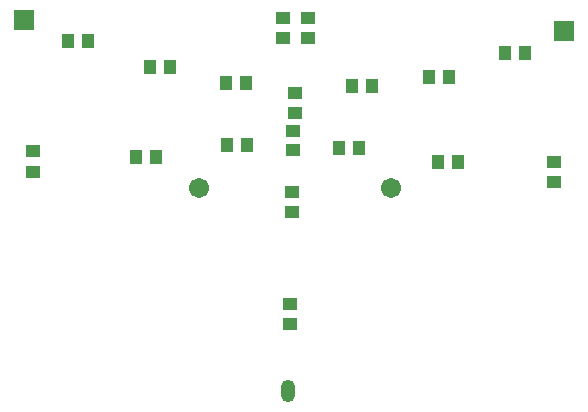
<source format=gts>
G04 Layer_Color=8388736*
%FSLAX25Y25*%
%MOIN*%
G70*
G01*
G75*
%ADD23R,0.04540X0.03950*%
%ADD24R,0.03950X0.04540*%
%ADD25R,0.04540X0.04343*%
%ADD26C,0.06706*%
%ADD27R,0.06706X0.06706*%
%ADD28O,0.04737X0.07493*%
D23*
X-85039Y81496D02*
D03*
Y88189D02*
D03*
X1378Y68110D02*
D03*
Y74803D02*
D03*
X88583Y78150D02*
D03*
Y84842D02*
D03*
X-1673Y132677D02*
D03*
Y125984D02*
D03*
X2165Y100984D02*
D03*
Y107677D02*
D03*
X6594Y132677D02*
D03*
Y125984D02*
D03*
X689Y30709D02*
D03*
Y37402D02*
D03*
D24*
X-50787Y86417D02*
D03*
X-44094D02*
D03*
X-13583Y90256D02*
D03*
X-20276D02*
D03*
X23720Y89370D02*
D03*
X17028D02*
D03*
X56595Y84547D02*
D03*
X49902D02*
D03*
X-66732Y124902D02*
D03*
X-73425D02*
D03*
X-39370Y116437D02*
D03*
X-46063D02*
D03*
X-14075Y111122D02*
D03*
X-20768D02*
D03*
X21260Y110138D02*
D03*
X27953D02*
D03*
X47047Y112894D02*
D03*
X53740D02*
D03*
X72244Y121161D02*
D03*
X78937D02*
D03*
D25*
X1772Y88583D02*
D03*
Y94882D02*
D03*
D26*
X34154Y76083D02*
D03*
X-29528D02*
D03*
D27*
X-87992Y132087D02*
D03*
X91929Y128445D02*
D03*
D28*
X98Y8366D02*
D03*
M02*

</source>
